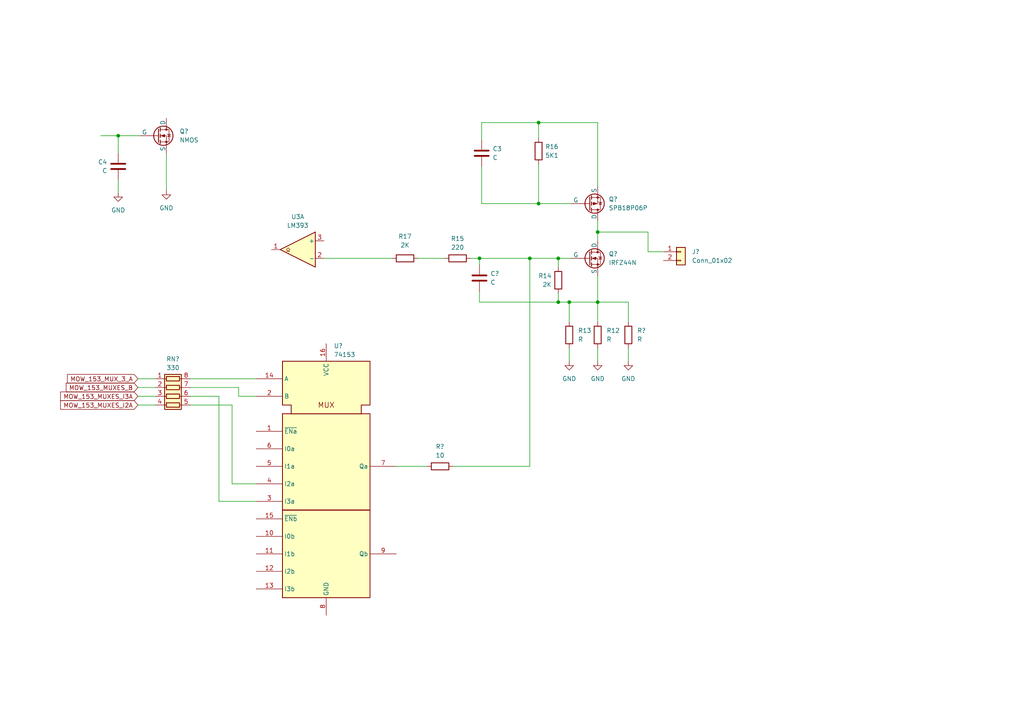
<source format=kicad_sch>
(kicad_sch (version 20250114) (generator "eeschema") (generator_version "9.0")
  (paper "A4")
  (lib_symbols
    (symbol "74xx_IEEE:74153"
      (property "Reference" "U" (at 15.24 40.64 0))
      (property "Value" "74153" (at 7.62 -33.02 0))
      (symbol "74153_0_0"
        (rectangle (start -12.7 22.86) (end 12.7 -5.08) (stroke (width 0.254)) (fill (type background)))
        (rectangle (start -12.7 -5.08) (end 12.7 -30.48) (stroke (width 0.254)) (fill (type background)))
        (polyline (pts (xy -10.16 22.86) (xy -10.16 25.4) (xy -12.7 25.4) (xy -12.7 38.1) (xy 12.7 38.1) (xy 12.7 25.4) (xy 10.16 25.4) (xy 10.16 22.86) (xy 10.16 22.86)) (stroke (width 0.254)) (fill (type background)))
        (text "MUX" (at 0 25.4 0) (effects (font (size 1.524 1.524))))
        (pin power_in line (at 0 43.18 270) (length 5.08) (name "VCC") (number "16"))
        (pin power_in line (at 0 -35.56 90) (length 5.08) (name "GND") (number "8"))
      )
      (symbol "74153_1_1"
        (pin input line (at -20.32 33.02 0) (length 7.62) (name "A") (number "14"))
        (pin input line (at -20.32 27.94 0) (length 7.62) (name "B") (number "2"))
        (pin input line (at -20.32 17.78 0) (length 7.62) (name "~{ENa}") (number "1"))
        (pin input line (at -20.32 12.7 0) (length 7.62) (name "I0a") (number "6"))
        (pin input line (at -20.32 7.62 0) (length 7.62) (name "I1a") (number "5"))
        (pin input line (at -20.32 2.54 0) (length 7.62) (name "I2a") (number "4"))
        (pin input line (at -20.32 -2.54 0) (length 7.62) (name "I3a") (number "3"))
        (pin input line (at -20.32 -7.62 0) (length 7.62) (name "~{ENb}") (number "15"))
        (pin input line (at -20.32 -12.7 0) (length 7.62) (name "I0b") (number "10"))
        (pin input line (at -20.32 -17.78 0) (length 7.62) (name "I1b") (number "11"))
        (pin input line (at -20.32 -22.86 0) (length 7.62) (name "I2b") (number "12"))
        (pin input line (at -20.32 -27.94 0) (length 7.62) (name "I3b") (number "13"))
        (pin output line (at 20.32 7.62 180) (length 7.62) (name "Qa") (number "7"))
        (pin output line (at 20.32 -17.78 180) (length 7.62) (name "Qb") (number "9"))
      )
    )
    (symbol "Comparator:LM393" (pin_names (offset 0.127))
      (property "Reference" "U" (at 3.81 3.81 0))
      (property "Value" "LM393" (at 6.35 -3.81 0))
      (symbol "LM393_1_1"
        (polyline (pts (xy -5.08 5.08) (xy 5.08 0) (xy -5.08 -5.08) (xy -5.08 5.08)) (stroke (width 0.254)) (fill (type background)))
        (polyline (pts (xy 3.302 -0.508) (xy 2.794 -0.508) (xy 3.302 0) (xy 2.794 0.508) (xy 2.286 0) (xy 2.794 -0.508) (xy 2.286 -0.508)) (stroke (width 0.127)))
        (pin input line (at -7.62 2.54 0) (length 2.54) (name "+") (number "3"))
        (pin input line (at -7.62 -2.54 0) (length 2.54) (name "-") (number "2"))
        (pin open_collector line (at 7.62 0 180) (length 2.54) (name "~") (number "1"))
      )
      (symbol "LM393_2_1"
        (polyline (pts (xy -5.08 5.08) (xy 5.08 0) (xy -5.08 -5.08) (xy -5.08 5.08)) (stroke (width 0.254)) (fill (type background)))
        (polyline (pts (xy 3.302 -0.508) (xy 2.794 -0.508) (xy 3.302 0) (xy 2.794 0.508) (xy 2.286 0) (xy 2.794 -0.508) (xy 2.286 -0.508)) (stroke (width 0.127)))
        (pin input line (at -7.62 2.54 0) (length 2.54) (name "+") (number "5"))
        (pin input line (at -7.62 -2.54 0) (length 2.54) (name "-") (number "6"))
        (pin open_collector line (at 7.62 0 180) (length 2.54) (name "~") (number "7"))
      )
      (symbol "LM393_3_1"
        (pin power_in line (at -2.54 7.62 270) (length 3.81) (name "V+") (number "8"))
        (pin power_in line (at -2.54 -7.62 90) (length 3.81) (name "V-") (number "4"))
      )
    )
    (symbol "Connector_Generic:Conn_01x02" (pin_names (offset 1.016) (hide yes))
      (property "Reference" "J" (at 0 2.54 0))
      (property "Value" "Conn_01x02" (at 0 -5.08 0))
      (symbol "Conn_01x02_1_1"
        (rectangle (start -1.27 1.27) (end 1.27 -3.81) (stroke (width 0.254)) (fill (type background)))
        (rectangle (start -1.27 0.127) (end 0 -0.127) (stroke (width 0.1524)))
        (rectangle (start -1.27 -2.413) (end 0 -2.667) (stroke (width 0.1524)))
        (pin passive line (at -5.08 0 0) (length 3.81) (name "Pin_1") (number "1"))
        (pin passive line (at -5.08 -2.54 0) (length 3.81) (name "Pin_2") (number "2"))
      )
    )
    (symbol "Device:C" (pin_numbers (hide yes)) (pin_names (offset 0.254))
      (property "Reference" "C" (at 0.635 2.54 0))
      (property "Value" "C" (at 0.635 -2.54 0))
      (symbol "C_0_1"
        (polyline (pts (xy -2.032 0.762) (xy 2.032 0.762)) (stroke (width 0.508)))
        (polyline (pts (xy -2.032 -0.762) (xy 2.032 -0.762)) (stroke (width 0.508)))
      )
      (symbol "C_1_1"
        (pin passive line (at 0 3.81 270) (length 2.794) (name "~") (number "1"))
        (pin passive line (at 0 -3.81 90) (length 2.794) (name "~") (number "2"))
      )
    )
    (symbol "Device:R" (pin_numbers (hide yes)) (pin_names (offset 0))
      (property "Reference" "R" (at 2.032 0 90))
      (property "Value" "R" (at 0 0 90))
      (symbol "R_0_1"
        (rectangle (start -1.016 -2.54) (end 1.016 2.54) (stroke (width 0.254)))
      )
      (symbol "R_1_1"
        (pin passive line (at 0 3.81 270) (length 1.27) (name "~") (number "1"))
        (pin passive line (at 0 -3.81 90) (length 1.27) (name "~") (number "2"))
      )
    )
    (symbol "Device:R_Pack04" (pin_names (offset 0) (hide yes))
      (property "Reference" "RN" (at -7.62 0 90))
      (property "Value" "R_Pack04" (at 5.08 0 90))
      (symbol "R_Pack04_0_1"
        (rectangle (start -6.35 -2.413) (end 3.81 2.413) (stroke (width 0.254)) (fill (type background)))
        (rectangle (start -5.715 1.905) (end -4.445 -1.905) (stroke (width 0.254)))
        (polyline (pts (xy -5.08 1.905) (xy -5.08 2.54)))
        (polyline (pts (xy -5.08 -2.54) (xy -5.08 -1.905)))
        (rectangle (start -3.175 1.905) (end -1.905 -1.905) (stroke (width 0.254)))
        (polyline (pts (xy -2.54 1.905) (xy -2.54 2.54)))
        (polyline (pts (xy -2.54 -2.54) (xy -2.54 -1.905)))
        (rectangle (start -0.635 1.905) (end 0.635 -1.905) (stroke (width 0.254)))
        (polyline (pts (xy 0 1.905) (xy 0 2.54)))
        (polyline (pts (xy 0 -2.54) (xy 0 -1.905)))
        (rectangle (start 1.905 1.905) (end 3.175 -1.905) (stroke (width 0.254)))
        (polyline (pts (xy 2.54 1.905) (xy 2.54 2.54)))
        (polyline (pts (xy 2.54 -2.54) (xy 2.54 -1.905)))
      )
      (symbol "R_Pack04_1_1"
        (pin passive line (at -5.08 5.08 270) (length 2.54) (name "R1.2") (number "8"))
        (pin passive line (at -5.08 -5.08 90) (length 2.54) (name "R1.1") (number "1"))
        (pin passive line (at -2.54 5.08 270) (length 2.54) (name "R2.2") (number "7"))
        (pin passive line (at -2.54 -5.08 90) (length 2.54) (name "R2.1") (number "2"))
        (pin passive line (at 0 5.08 270) (length 2.54) (name "R3.2") (number "6"))
        (pin passive line (at 0 -5.08 90) (length 2.54) (name "R3.1") (number "3"))
        (pin passive line (at 2.54 5.08 270) (length 2.54) (name "R4.2") (number "5"))
        (pin passive line (at 2.54 -5.08 90) (length 2.54) (name "R4.1") (number "4"))
      )
    )
    (symbol "Simulation_SPICE:NMOS" (pin_numbers (hide yes)) (pin_names (offset 0))
      (property "Reference" "Q" (at 5.08 1.27 0))
      (property "Value" "NMOS" (at 5.08 -1.27 0))
      (symbol "NMOS_0_1"
        (polyline (pts (xy 0.254 1.905) (xy 0.254 -1.905)) (stroke (width 0.254)))
        (polyline (pts (xy 0.254 0) (xy -2.54 0)))
        (polyline (pts (xy 0.762 2.286) (xy 0.762 1.27)) (stroke (width 0.254)))
        (polyline (pts (xy 0.762 0.508) (xy 0.762 -0.508)) (stroke (width 0.254)))
        (polyline (pts (xy 0.762 -1.27) (xy 0.762 -2.286)) (stroke (width 0.254)))
        (polyline (pts (xy 0.762 -1.778) (xy 3.302 -1.778) (xy 3.302 1.778) (xy 0.762 1.778)))
        (polyline (pts (xy 1.016 0) (xy 2.032 0.381) (xy 2.032 -0.381) (xy 1.016 0)) (fill (type outline)))
        (circle (center 1.651 0) (radius 2.794) (stroke (width 0.254)))
        (polyline (pts (xy 2.54 2.54) (xy 2.54 1.778)))
        (circle (center 2.54 1.778) (radius 0.254) (fill (type outline)))
        (circle (center 2.54 -1.778) (radius 0.254) (fill (type outline)))
        (polyline (pts (xy 2.54 -2.54) (xy 2.54 0) (xy 0.762 0)))
        (polyline (pts (xy 2.794 0.508) (xy 2.921 0.381) (xy 3.683 0.381) (xy 3.81 0.254)))
        (polyline (pts (xy 3.302 0.381) (xy 2.921 -0.254) (xy 3.683 -0.254) (xy 3.302 0.381)))
      )
      (symbol "NMOS_1_1"
        (pin input line (at -5.08 0 0) (length 2.54) (name "G") (number "2"))
        (pin passive line (at 2.54 5.08 270) (length 2.54) (name "D") (number "1"))
        (pin passive line (at 2.54 -5.08 90) (length 2.54) (name "S") (number "3"))
      )
    )
    (symbol "Simulation_SPICE:PMOS" (pin_numbers (hide yes)) (pin_names (offset 0))
      (property "Reference" "Q" (at 5.08 1.27 0))
      (property "Value" "PMOS" (at 5.08 -1.27 0))
      (symbol "PMOS_0_1"
        (polyline (pts (xy 0.254 1.905) (xy 0.254 -1.905)) (stroke (width 0.254)))
        (polyline (pts (xy 0.254 0) (xy -2.54 0)))
        (polyline (pts (xy 0.762 2.286) (xy 0.762 1.27)) (stroke (width 0.254)))
        (polyline (pts (xy 0.762 1.778) (xy 3.302 1.778) (xy 3.302 -1.778) (xy 0.762 -1.778)))
        (polyline (pts (xy 0.762 0.508) (xy 0.762 -0.508)) (stroke (width 0.254)))
        (polyline (pts (xy 0.762 -1.27) (xy 0.762 -2.286)) (stroke (width 0.254)))
        (circle (center 1.651 0) (radius 2.794) (stroke (width 0.254)))
        (polyline (pts (xy 2.286 0) (xy 1.27 0.381) (xy 1.27 -0.381) (xy 2.286 0)) (fill (type outline)))
        (polyline (pts (xy 2.54 2.54) (xy 2.54 1.778)))
        (circle (center 2.54 1.778) (radius 0.254) (fill (type outline)))
        (circle (center 2.54 -1.778) (radius 0.254) (fill (type outline)))
        (polyline (pts (xy 2.54 -2.54) (xy 2.54 0) (xy 0.762 0)))
        (polyline (pts (xy 2.794 -0.508) (xy 2.921 -0.381) (xy 3.683 -0.381) (xy 3.81 -0.254)))
        (polyline (pts (xy 3.302 -0.381) (xy 2.921 0.254) (xy 3.683 0.254) (xy 3.302 -0.381)))
      )
      (symbol "PMOS_1_1"
        (pin input line (at -5.08 0 0) (length 2.54) (name "G") (number "2"))
        (pin passive line (at 2.54 5.08 270) (length 2.54) (name "D") (number "1"))
        (pin passive line (at 2.54 -5.08 90) (length 2.54) (name "S") (number "3"))
      )
    )
    (symbol "power:GND" (power) (pin_numbers (hide yes)) (pin_names (offset 0) (hide yes))
      (property "Value" "GND" (at 0 -3.81 0))
      (symbol "GND_0_1"
        (polyline (pts (xy 0 0) (xy 0 -1.27) (xy 1.27 -1.27) (xy 0 -2.54) (xy -1.27 -1.27) (xy 0 -1.27)))
      )
      (symbol "GND_1_1"
        (pin power_in line (at 0 0 270) (length 0) (name "~") (number "1"))
      )
    )
  )
  (junction (at 173.355 87.63))
  (junction (at 161.925 74.93))
  (junction (at 161.925 87.63))
  (junction (at 153.67 74.93))
  (junction (at 173.355 67.31))
  (junction (at 139.065 74.93))
  (junction (at 34.29 39.37))
  (junction (at 156.21 35.56))
  (junction (at 165.1 87.63))
  (junction (at 156.21 59.055))
  (wire (pts (xy 69.215 114.935) (xy 74.295 114.935)))
  (wire (pts (xy 136.525 74.93) (xy 139.065 74.93)))
  (wire (pts (xy 192.405 73.025) (xy 187.96 73.025)))
  (wire (pts (xy 161.925 74.93) (xy 161.925 77.47)))
  (wire (pts (xy 139.7 35.56) (xy 139.7 40.64)))
  (wire (pts (xy 165.1 100.965) (xy 165.1 104.775)))
  (wire (pts (xy 173.355 87.63) (xy 182.245 87.63)))
  (wire (pts (xy 173.355 93.345) (xy 173.355 87.63)))
  (wire (pts (xy 156.21 35.56) (xy 156.21 40.005)))
  (wire (pts (xy 93.98 74.93) (xy 113.665 74.93)))
  (wire (pts (xy 55.245 109.855) (xy 74.295 109.855)))
  (wire (pts (xy 156.21 59.055) (xy 165.735 59.055)))
  (wire (pts (xy 153.67 74.93) (xy 161.925 74.93)))
  (wire (pts (xy 139.7 59.055) (xy 156.21 59.055)))
  (wire (pts (xy 63.5 114.935) (xy 55.245 114.935)))
  (wire (pts (xy 123.825 135.255) (xy 114.935 135.255)))
  (wire (pts (xy 182.245 87.63) (xy 182.245 93.345)))
  (wire (pts (xy 182.245 104.775) (xy 182.245 100.965)))
  (wire (pts (xy 40.005 112.395) (xy 45.085 112.395)))
  (wire (pts (xy 139.065 87.63) (xy 139.065 84.455)))
  (wire (pts (xy 74.295 140.335) (xy 67.31 140.335)))
  (wire (pts (xy 74.295 145.415) (xy 63.5 145.415)))
  (wire (pts (xy 40.005 117.475) (xy 45.085 117.475)))
  (wire (pts (xy 156.21 47.625) (xy 156.21 59.055)))
  (wire (pts (xy 55.245 112.395) (xy 69.215 112.395)))
  (wire (pts (xy 40.64 39.37) (xy 34.29 39.37)))
  (wire (pts (xy 40.005 114.935) (xy 45.085 114.935)))
  (wire (pts (xy 173.355 53.975) (xy 173.355 35.56)))
  (wire (pts (xy 161.925 74.93) (xy 165.735 74.93)))
  (wire (pts (xy 173.355 104.775) (xy 173.355 100.965)))
  (wire (pts (xy 131.445 135.255) (xy 153.67 135.255)))
  (wire (pts (xy 139.065 87.63) (xy 161.925 87.63)))
  (wire (pts (xy 153.67 74.93) (xy 153.67 135.255)))
  (wire (pts (xy 173.355 69.85) (xy 173.355 67.31)))
  (wire (pts (xy 161.925 87.63) (xy 165.1 87.63)))
  (wire (pts (xy 187.96 67.31) (xy 173.355 67.31)))
  (wire (pts (xy 67.31 117.475) (xy 55.245 117.475)))
  (wire (pts (xy 40.005 109.855) (xy 45.085 109.855)))
  (wire (pts (xy 173.355 67.31) (xy 173.355 64.135)))
  (wire (pts (xy 165.1 87.63) (xy 173.355 87.63)))
  (wire (pts (xy 34.29 39.37) (xy 34.29 44.45)))
  (wire (pts (xy 165.1 93.345) (xy 165.1 87.63)))
  (wire (pts (xy 69.215 112.395) (xy 69.215 114.935)))
  (wire (pts (xy 187.96 73.025) (xy 187.96 67.31)))
  (wire (pts (xy 63.5 145.415) (xy 63.5 114.935)))
  (wire (pts (xy 139.7 59.055) (xy 139.7 48.26)))
  (wire (pts (xy 173.355 35.56) (xy 156.21 35.56)))
  (wire (pts (xy 139.065 74.93) (xy 153.67 74.93)))
  (wire (pts (xy 34.29 52.07) (xy 34.29 55.88)))
  (wire (pts (xy 48.26 55.245) (xy 48.26 44.45)))
  (wire (pts (xy 67.31 140.335) (xy 67.31 117.475)))
  (wire (pts (xy 156.21 35.56) (xy 139.7 35.56)))
  (wire (pts (xy 121.285 74.93) (xy 128.905 74.93)))
  (wire (pts (xy 173.355 87.63) (xy 173.355 80.01)))
  (wire (pts (xy 139.065 74.93) (xy 139.065 76.835)))
  (wire (pts (xy 29.21 39.37) (xy 34.29 39.37)))
  (wire (pts (xy 161.925 85.09) (xy 161.925 87.63)))
  (global_label "MOW_153_MUXES_I3A" (shape input) (at 40.005 114.935 180) (property "Intersheetrefs" "${INTERSHEET_REFS}" (effects (hide yes))))
  (global_label "MOW_153_MUX_3_A" (shape input) (at 40.005 109.855 180) (property "Intersheetrefs" "${INTERSHEET_REFS}" (effects (hide yes))))
  (global_label "MOW_153_MUXES_B" (shape input) (at 40.005 112.395 180) (property "Intersheetrefs" "${INTERSHEET_REFS}" (effects (hide yes))))
  (global_label "MOW_153_MUXES_I2A" (shape input) (at 40.005 117.475 180) (property "Intersheetrefs" "${INTERSHEET_REFS}" (effects (hide yes))))
  (symbol (lib_id "Connector_Generic:Conn_01x02") (at 197.485 73.025 0) (unit 1)
    (property "Reference" "J?" (at 200.66 73.0249 0) (effects (justify left)))
    (property "Value" "Conn_01x02" (at 200.66 75.5649 0) (effects (justify left)))
    (property "Description" "Generic connector, single row, 01x02, script generated (kicad-library-utils/schlib/autogen/connector/)" (effects (hide yes)))
    (instances (project "ESB0100D City-120 mainboard" (path "" (reference "J?") (unit 1)) (path "" (reference "J2") (unit 1)) (path "" (reference "J3") (unit 1))))
  )
  (symbol (lib_id "power:GND") (at 182.245 104.775 0) (unit 1)
    (property "Reference" "#PWR22" (effects (hide yes)))
    (property "Value" "GND" (at 182.245 109.855 0))
    (property "Description" "Power symbol creates a global label with name \"GND\" , ground" (effects (hide yes)))
    (instances (project "ESB0100D City-120 mainboard" (path "" (reference "#PWR22") (unit 1)) (path "" (reference "#PWR29") (unit 1)) (path "" (reference "#PWR34") (unit 1))))
  )
  (symbol (lib_id "Device:R") (at 117.475 74.93 90) (unit 1)
    (property "Reference" "R17" (at 117.475 68.58 90))
    (property "Value" "2K" (at 117.475 71.12 90))
    (property "Description" "Resistor" (effects (hide yes)))
    (instances (project "ESB0100D City-120 mainboard" (path "" (reference "R17") (unit 1)) (path "" (reference "R21") (unit 1)) (path "" (reference "R29") (unit 1))))
  )
  (symbol (lib_id "Device:R") (at 156.21 43.815 180) (unit 1)
    (property "Reference" "R16" (at 158.115 42.5449 0) (effects (justify right)))
    (property "Value" "5K1" (at 158.115 45.0849 0) (effects (justify right)))
    (property "Description" "Resistor" (effects (hide yes)))
    (instances (project "ESB0100D City-120 mainboard" (path "" (reference "R16") (unit 1)) (path "" (reference "R24") (unit 1)) (path "" (reference "R32") (unit 1))))
  )
  (symbol (lib_id "Device:C") (at 139.7 44.45 0) (unit 1)
    (property "Reference" "C3" (at 142.875 43.1799 0) (effects (justify left)))
    (property "Value" "C" (at 142.875 45.7199 0) (effects (justify left)))
    (property "Description" "Unpolarized capacitor" (effects (hide yes)))
    (instances (project "ESB0100D City-120 mainboard" (path "" (reference "C3") (unit 1)) (path "" (reference "C7") (unit 1)) (path "" (reference "C10") (unit 1))))
  )
  (symbol (lib_id "Device:C") (at 34.29 48.26 0) (mirror y) (unit 1)
    (property "Reference" "C4" (at 31.115 46.9899 0) (effects (justify left)))
    (property "Value" "C" (at 31.115 49.5299 0) (effects (justify left)))
    (property "Description" "Unpolarized capacitor" (effects (hide yes)))
    (instances (project "ESB0100D City-120 mainboard" (path "" (reference "C4") (unit 1)) (path "" (reference "C5") (unit 1)) (path "" (reference "C8") (unit 1))))
  )
  (symbol (lib_id "Device:R") (at 165.1 97.155 0) (unit 1)
    (property "Reference" "R13" (at 167.64 95.8849 0) (effects (justify left)))
    (property "Value" "R" (at 167.64 98.4249 0) (effects (justify left)))
    (property "Description" "Resistor" (effects (hide yes)))
    (instances (project "ESB0100D City-120 mainboard" (path "" (reference "R13") (unit 1)) (path "" (reference "R26") (unit 1)) (path "" (reference "R34") (unit 1))))
  )
  (symbol (lib_id "Simulation_SPICE:NMOS") (at 45.72 39.37 0) (unit 1)
    (property "Reference" "Q?" (at 52.07 38.0999 0) (effects (justify left)))
    (property "Value" "NMOS" (at 52.07 40.6399 0) (effects (justify left)))
    (property "Datasheet" "https://ngspice.sourceforge.io/docs/ngspice-html-manual/manual.xhtml#cha_MOSFETs" (effects (hide yes)))
    (property "Description" "N-MOSFET transistor, drain/source/gate" (effects (hide yes)))
    (property "Sim.Device" "NMOS" (effects (hide yes)))
    (property "Sim.Type" "VDMOS" (effects (hide yes)))
    (property "Sim.Pins" "1=D 2=G 3=S" (effects (hide yes)))
    (instances (project "ESB0100D City-120 mainboard" (path "" (reference "Q?") (unit 1)) (path "" (reference "Q4") (unit 1)) (path "" (reference "Q7") (unit 1))))
  )
  (symbol (lib_id "74xx_IEEE:74153") (at 94.615 142.875 0) (unit 1)
    (property "Reference" "U?" (at 96.8091 100.33 0) (effects (justify left)))
    (property "Value" "74153" (at 96.8091 102.87 0) (effects (justify left)))
    (instances (project "ESB0100D City-120 mainboard" (path "" (reference "U?") (unit 1)) (path "" (reference "U7") (unit 1)) (path "" (reference "U9") (unit 1))))
  )
  (symbol (lib_id "Simulation_SPICE:NMOS") (at 170.815 74.93 0) (unit 1)
    (property "Reference" "Q?" (at 176.53 73.6599 0) (effects (justify left)))
    (property "Value" "IRFZ44N" (at 176.53 76.1999 0) (effects (justify left)))
    (property "Datasheet" "https://ngspice.sourceforge.io/docs/ngspice-html-manual/manual.xhtml#cha_MOSFETs" (effects (hide yes)))
    (property "Description" "N-MOSFET transistor, drain/source/gate" (effects (hide yes)))
    (property "Sim.Device" "NMOS" (effects (hide yes)))
    (property "Sim.Type" "VDMOS" (effects (hide yes)))
    (property "Sim.Pins" "1=D 2=G 3=S" (effects (hide yes)))
    (instances (project "ESB0100D City-120 mainboard" (path "" (reference "Q?") (unit 1)) (path "" (reference "Q6") (unit 1)) (path "" (reference "Q9") (unit 1))))
  )
  (symbol (lib_id "Device:R") (at 127.635 135.255 90) (unit 1)
    (property "Reference" "R?" (at 127.635 129.54 90))
    (property "Value" "10" (at 127.635 132.08 90))
    (property "Description" "Resistor" (effects (hide yes)))
    (instances (project "ESB0100D City-120 mainboard" (path "" (reference "R?") (unit 1)) (path "" (reference "R22") (unit 1)) (path "" (reference "R30") (unit 1))))
  )
  (symbol (lib_id "Device:R_Pack04") (at 50.165 114.935 270) (unit 1)
    (property "Reference" "RN?" (at 50.165 104.14 90))
    (property "Value" "330" (at 50.165 106.68 90))
    (property "Description" "4 resistor network, parallel topology" (effects (hide yes)))
    (instances (project "ESB0100D City-120 mainboard" (path "" (reference "RN?") (unit 1)) (path "" (reference "RN2") (unit 1)) (path "" (reference "RN3") (unit 1))))
  )
  (symbol (lib_id "power:GND") (at 34.29 55.88 0) (unit 1)
    (property "Reference" "#PWR24" (effects (hide yes)))
    (property "Value" "GND" (at 34.29 60.96 0))
    (property "Description" "Power symbol creates a global label with name \"GND\" , ground" (effects (hide yes)))
    (instances (project "ESB0100D City-120 mainboard" (path "" (reference "#PWR24") (unit 1)) (path "" (reference "#PWR25") (unit 1)) (path "" (reference "#PWR30") (unit 1))))
  )
  (symbol (lib_id "Device:R") (at 161.925 81.28 0) (mirror x) (unit 1)
    (property "Reference" "R14" (at 160.02 80.0099 0) (effects (justify right)))
    (property "Value" "2K" (at 160.02 82.5499 0) (effects (justify right)))
    (property "Description" "Resistor" (effects (hide yes)))
    (instances (project "ESB0100D City-120 mainboard" (path "" (reference "R14") (unit 1)) (path "" (reference "R25") (unit 1)) (path "" (reference "R33") (unit 1))))
  )
  (symbol (lib_id "Simulation_SPICE:PMOS") (at 170.815 59.055 0) (mirror x) (unit 1)
    (property "Reference" "Q?" (at 176.53 57.7849 0) (effects (justify left)))
    (property "Value" "SPB18P06P" (at 176.53 60.3249 0) (effects (justify left)))
    (property "Datasheet" "https://ngspice.sourceforge.io/docs/ngspice-html-manual/manual.xhtml#cha_MOSFETs" (effects (hide yes)))
    (property "Description" "P-MOSFET transistor, drain/source/gate" (effects (hide yes)))
    (property "Sim.Device" "PMOS" (effects (hide yes)))
    (property "Sim.Type" "VDMOS" (effects (hide yes)))
    (property "Sim.Pins" "1=D 2=G 3=S" (effects (hide yes)))
    (instances (project "ESB0100D City-120 mainboard" (path "" (reference "Q?") (unit 1)) (path "" (reference "Q5") (unit 1)) (path "" (reference "Q8") (unit 1))))
  )
  (symbol (lib_id "power:GND") (at 173.355 104.775 0) (unit 1)
    (property "Reference" "#PWR21" (effects (hide yes)))
    (property "Value" "GND" (at 173.355 109.855 0))
    (property "Description" "Power symbol creates a global label with name \"GND\" , ground" (effects (hide yes)))
    (instances (project "ESB0100D City-120 mainboard" (path "" (reference "#PWR21") (unit 1)) (path "" (reference "#PWR28") (unit 1)) (path "" (reference "#PWR33") (unit 1))))
  )
  (symbol (lib_id "power:GND") (at 48.26 55.245 0) (unit 1)
    (property "Reference" "#PWR?" (effects (hide yes)))
    (property "Value" "GND" (at 48.26 60.325 0))
    (property "Description" "Power symbol creates a global label with name \"GND\" , ground" (effects (hide yes)))
    (instances (project "ESB0100D City-120 mainboard" (path "" (reference "#PWR?") (unit 1)) (path "" (reference "#PWR26") (unit 1)) (path "" (reference "#PWR31") (unit 1))))
  )
  (symbol (lib_id "Device:R") (at 132.715 74.93 90) (unit 1)
    (property "Reference" "R15" (at 132.715 69.215 90))
    (property "Value" "220" (at 132.715 71.755 90))
    (property "Description" "Resistor" (effects (hide yes)))
    (instances (project "ESB0100D City-120 mainboard" (path "" (reference "R15") (unit 1)) (path "" (reference "R23") (unit 1)) (path "" (reference "R31") (unit 1))))
  )
  (symbol (lib_id "Device:C") (at 139.065 80.645 0) (unit 1)
    (property "Reference" "C?" (at 142.24 79.3749 0) (effects (justify left)))
    (property "Value" "C" (at 142.24 81.9149 0) (effects (justify left)))
    (property "Description" "Unpolarized capacitor" (effects (hide yes)))
    (instances (project "ESB0100D City-120 mainboard" (path "" (reference "C?") (unit 1)) (path "" (reference "C6") (unit 1)) (path "" (reference "C9") (unit 1))))
  )
  (symbol (lib_id "power:GND") (at 165.1 104.775 0) (unit 1)
    (property "Reference" "#PWR?" (effects (hide yes)))
    (property "Value" "GND" (at 165.1 109.855 0))
    (property "Description" "Power symbol creates a global label with name \"GND\" , ground" (effects (hide yes)))
    (instances (project "ESB0100D City-120 mainboard" (path "" (reference "#PWR?") (unit 1)) (path "" (reference "#PWR27") (unit 1)) (path "" (reference "#PWR32") (unit 1))))
  )
  (symbol (lib_id "Comparator:LM393") (at 86.36 72.39 0) (mirror y) (unit 1)
    (property "Reference" "U3" (at 86.36 62.865 0))
    (property "Value" "LM393" (at 86.36 65.405 0))
    (property "Datasheet" "http://www.ti.com/lit/ds/symlink/lm393.pdf" (effects (hide yes)))
    (property "Description" "Low-Power, Low-Offset Voltage, Dual Comparators, DIP-8/SOIC-8/TO-99-8" (effects (hide yes)))
    (instances (project "ESB0100D City-120 mainboard" (path "" (reference "U3") (unit 1)) (path "" (reference "U6") (unit 1)) (path "" (reference "U8") (unit 1))))
  )
  (symbol (lib_id "Device:R") (at 173.355 97.155 0) (unit 1)
    (property "Reference" "R12" (at 175.895 95.8849 0) (effects (justify left)))
    (property "Value" "R" (at 175.895 98.4249 0) (effects (justify left)))
    (property "Description" "Resistor" (effects (hide yes)))
    (instances (project "ESB0100D City-120 mainboard" (path "" (reference "R12") (unit 1)) (path "" (reference "R27") (unit 1)) (path "" (reference "R35") (unit 1))))
  )
  (symbol (lib_id "Device:R") (at 182.245 97.155 0) (unit 1)
    (property "Reference" "R?" (at 184.785 95.8849 0) (effects (justify left)))
    (property "Value" "R" (at 184.785 98.4249 0) (effects (justify left)))
    (property "Description" "Resistor" (effects (hide yes)))
    (instances (project "ESB0100D City-120 mainboard" (path "" (reference "R?") (unit 1)) (path "" (reference "R28") (unit 1)) (path "" (reference "R36") (unit 1))))
  )
)
</source>
